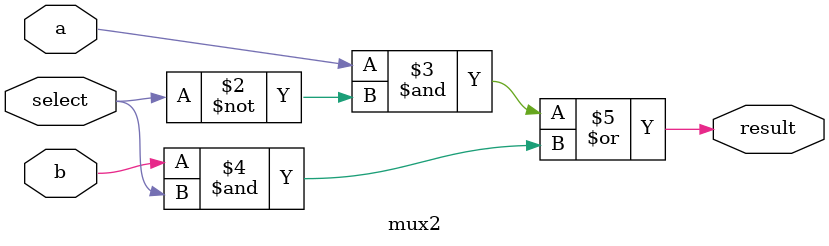
<source format=v>
module mux1(a,b,select,result);
   input a;
   input b;
   input select;
   output result;

   assign result = (a & ~select) | (b & select);
endmodule

module mux2(a,b,select,result);
   input a;
   input b;
   input select;
   output result;

   reg result;
   always @(a or b or select)
     begin
        result = (a & ~select) | (b & select);
     end
endmodule

</source>
